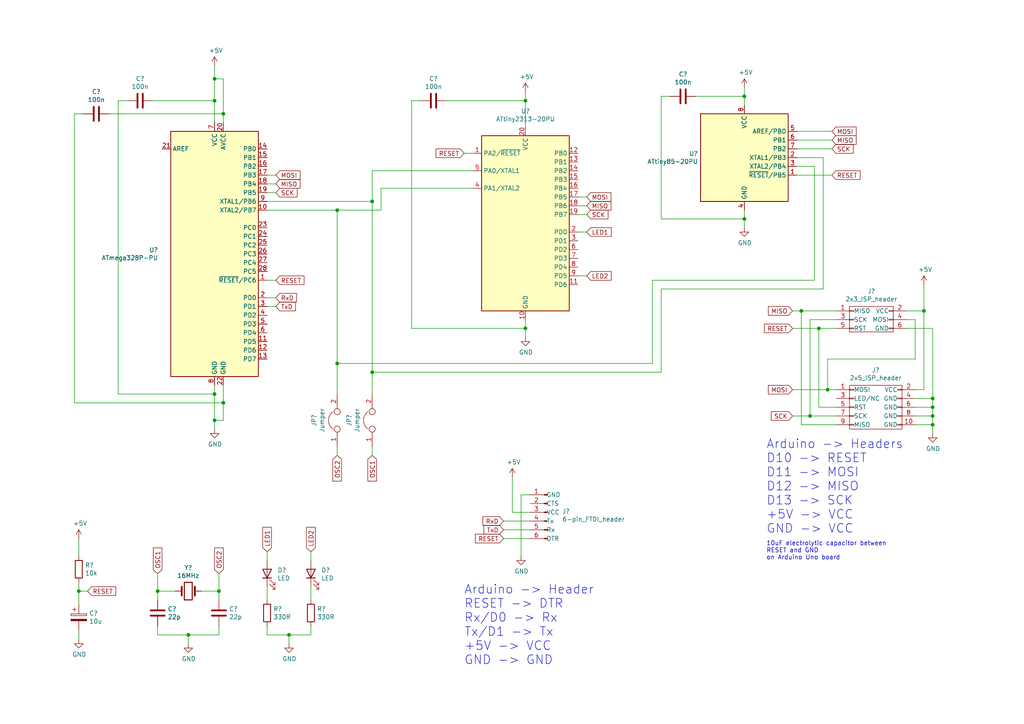
<source format=kicad_sch>
(kicad_sch (version 20211123) (generator eeschema)
  (paper "A4")
  (lib_symbols
    (symbol "Device:C" (pin_numbers hide) (pin_names (offset 0.254))
      (property "Reference" "C" (at 0.635 2.54 0))
      (property "Value" "C" (at 0.635 -2.54 0))
      (symbol "C_0_1"
        (polyline (pts (xy -2.032 -0.762) (xy 2.032 -0.762)) (stroke (width 0.508)))
        (polyline (pts (xy -2.032 0.762) (xy 2.032 0.762)) (stroke (width 0.508)))
      )
      (symbol "C_1_1"
        (pin passive line (at 0 3.81 270) (length 2.794) (name "~") (number "1"))
        (pin passive line (at 0 -3.81 90) (length 2.794) (name "~") (number "2"))
      )
    )
    (symbol "Device:Crystal" (pin_numbers hide) (pin_names (offset 1.016) hide)
      (property "Reference" "Y" (at 0 3.81 0))
      (property "Value" "Crystal" (at 0 -3.81 0))
      (symbol "Crystal_0_1"
        (rectangle (start -1.143 2.54) (end 1.143 -2.54) (stroke (width 0.3048)))
        (polyline (pts (xy -2.54 0) (xy -1.905 0)))
        (polyline (pts (xy -1.905 -1.27) (xy -1.905 1.27)) (stroke (width 0.508)))
        (polyline (pts (xy 1.905 -1.27) (xy 1.905 1.27)) (stroke (width 0.508)))
        (polyline (pts (xy 2.54 0) (xy 1.905 0)))
      )
      (symbol "Crystal_1_1"
        (pin passive line (at -3.81 0 0) (length 1.27) (name "1") (number "1"))
        (pin passive line (at 3.81 0 180) (length 1.27) (name "2") (number "2"))
      )
    )
    (symbol "Device:LED" (pin_numbers hide) (pin_names (offset 1.016) hide)
      (property "Reference" "D" (at 0 2.54 0))
      (property "Value" "LED" (at 0 -2.54 0))
      (symbol "LED_0_1"
        (polyline (pts (xy -1.27 -1.27) (xy -1.27 1.27)) (stroke (width 0.254)))
        (polyline (pts (xy -1.27 0) (xy 1.27 0)))
        (polyline (pts (xy 1.27 -1.27) (xy 1.27 1.27) (xy -1.27 0) (xy 1.27 -1.27)) (stroke (width 0.254)))
        (polyline (pts (xy -3.048 -0.762) (xy -4.572 -2.286) (xy -3.81 -2.286) (xy -4.572 -2.286) (xy -4.572 -1.524)))
        (polyline (pts (xy -1.778 -0.762) (xy -3.302 -2.286) (xy -2.54 -2.286) (xy -3.302 -2.286) (xy -3.302 -1.524)))
      )
      (symbol "LED_1_1"
        (pin passive line (at -3.81 0 0) (length 2.54) (name "K") (number "1"))
        (pin passive line (at 3.81 0 180) (length 2.54) (name "A") (number "2"))
      )
    )
    (symbol "Device:R" (pin_numbers hide) (pin_names (offset 0))
      (property "Reference" "R" (at 2.032 0 90))
      (property "Value" "R" (at 0 0 90))
      (symbol "R_0_1"
        (rectangle (start -1.016 -2.54) (end 1.016 2.54) (stroke (width 0.254)))
      )
      (symbol "R_1_1"
        (pin passive line (at 0 3.81 270) (length 1.27) (name "~") (number "1"))
        (pin passive line (at 0 -3.81 90) (length 1.27) (name "~") (number "2"))
      )
    )
    (symbol "My_Headers:2x3_ISP_header" (pin_names (offset 1.27))
      (property "Reference" "J" (at 1.27 5.08 0))
      (property "Value" "2x3_ISP_header" (at 4.826 -4.826 0))
      (symbol "2x3_ISP_header_0_1"
        (rectangle (start -1.27 -3.556) (end 11.43 3.81))
      )
      (symbol "2x3_ISP_header_1_1"
        (rectangle (start -1.27 -2.413) (end 0 -2.667) (stroke (width 0.1524)))
        (rectangle (start -1.27 0.127) (end 0 -0.127) (stroke (width 0.1524)))
        (rectangle (start -1.27 2.667) (end 0 2.413) (stroke (width 0.1524)))
        (rectangle (start 11.43 -2.413) (end 10.16 -2.667) (stroke (width 0.1524)))
        (rectangle (start 11.43 0.127) (end 10.16 -0.127) (stroke (width 0.1524)))
        (rectangle (start 11.43 2.667) (end 10.16 2.413) (stroke (width 0.1524)))
        (pin passive line (at -5.08 2.54 0) (length 3.81) (name "MISO") (number "1"))
        (pin passive line (at 15.24 2.54 180) (length 3.81) (name "VCC") (number "2"))
        (pin passive line (at -5.08 0 0) (length 3.81) (name "SCK") (number "3"))
        (pin passive line (at 15.24 0 180) (length 3.81) (name "MOSI") (number "4"))
        (pin passive line (at -5.08 -2.54 0) (length 3.81) (name "RST") (number "5"))
        (pin passive line (at 15.24 -2.54 180) (length 3.81) (name "GND") (number "6"))
      )
    )
    (symbol "My_Headers:2x5_ISP_header" (pin_names (offset 1.27))
      (property "Reference" "J" (at 1.27 7.62 0))
      (property "Value" "2x5_ISP_header" (at 6.604 -7.62 0))
      (symbol "2x5_ISP_header_0_1"
        (rectangle (start -1.27 -6.35) (end 13.97 6.35))
      )
      (symbol "2x5_ISP_header_1_1"
        (rectangle (start -1.27 -4.953) (end 0 -5.207) (stroke (width 0.1524)))
        (rectangle (start -1.27 -2.413) (end 0 -2.667) (stroke (width 0.1524)))
        (rectangle (start -1.27 0.127) (end 0 -0.127) (stroke (width 0.1524)))
        (rectangle (start -1.27 2.667) (end 0 2.413) (stroke (width 0.1524)))
        (rectangle (start -1.27 5.207) (end 0 4.953) (stroke (width 0.1524)))
        (rectangle (start 13.97 -4.953) (end 12.7 -5.207) (stroke (width 0.1524)))
        (rectangle (start 13.97 -2.413) (end 12.7 -2.667) (stroke (width 0.1524)))
        (rectangle (start 13.97 0.127) (end 12.7 -0.127) (stroke (width 0.1524)))
        (rectangle (start 13.97 2.667) (end 12.7 2.413) (stroke (width 0.1524)))
        (rectangle (start 13.97 5.207) (end 12.7 4.953) (stroke (width 0.1524)))
        (pin passive line (at -5.08 5.08 0) (length 3.81) (name "MOSI") (number "1"))
        (pin passive line (at 17.78 -5.08 180) (length 3.81) (name "GND") (number "10"))
        (pin passive line (at 17.78 5.08 180) (length 3.81) (name "VCC") (number "2"))
        (pin passive line (at -5.08 2.54 0) (length 3.81) (name "LED/NC") (number "3"))
        (pin passive line (at 17.78 2.54 180) (length 3.81) (name "GND") (number "4"))
        (pin passive line (at -5.08 0 0) (length 3.81) (name "RST") (number "5"))
        (pin passive line (at 17.78 0 180) (length 3.81) (name "GND") (number "6"))
        (pin passive line (at -5.08 -2.54 0) (length 3.81) (name "SCK") (number "7"))
        (pin passive line (at 17.78 -2.54 180) (length 3.81) (name "GND") (number "8"))
        (pin passive line (at -5.08 -5.08 0) (length 3.81) (name "MISO") (number "9"))
      )
    )
    (symbol "My_Headers:6-pin_FTDI_header" (pin_names (offset 1.016))
      (property "Reference" "J" (at 0 7.62 0))
      (property "Value" "6-pin_FTDI_header" (at 0 -10.16 0))
      (symbol "6-pin_FTDI_header_1_1"
        (polyline (pts (xy 1.27 -7.62) (xy 0.8636 -7.62)) (stroke (width 0.1524)))
        (polyline (pts (xy 1.27 -5.08) (xy 0.8636 -5.08)) (stroke (width 0.1524)))
        (polyline (pts (xy 1.27 -2.54) (xy 0.8636 -2.54)) (stroke (width 0.1524)))
        (polyline (pts (xy 1.27 0) (xy 0.8636 0)) (stroke (width 0.1524)))
        (polyline (pts (xy 1.27 2.54) (xy 0.8636 2.54)) (stroke (width 0.1524)))
        (polyline (pts (xy 1.27 5.08) (xy 0.8636 5.08)) (stroke (width 0.1524)))
        (rectangle (start 0.8636 -7.493) (end 0 -7.747) (stroke (width 0.1524)) (fill (type outline)))
        (rectangle (start 0.8636 -4.953) (end 0 -5.207) (stroke (width 0.1524)) (fill (type outline)))
        (rectangle (start 0.8636 -2.413) (end 0 -2.667) (stroke (width 0.1524)) (fill (type outline)))
        (rectangle (start 0.8636 0.127) (end 0 -0.127) (stroke (width 0.1524)) (fill (type outline)))
        (rectangle (start 0.8636 2.667) (end 0 2.413) (stroke (width 0.1524)) (fill (type outline)))
        (rectangle (start 0.8636 5.207) (end 0 4.953) (stroke (width 0.1524)) (fill (type outline)))
        (pin passive line (at 5.08 5.08 180) (length 3.81) (name "GND") (number "1"))
        (pin passive line (at 5.08 2.54 180) (length 3.81) (name "CTS") (number "2"))
        (pin passive line (at 5.08 0 180) (length 3.81) (name "VCC") (number "3"))
        (pin passive line (at 5.08 -2.54 180) (length 3.81) (name "Tx") (number "4"))
        (pin passive line (at 5.08 -5.08 180) (length 3.81) (name "Rx") (number "5"))
        (pin passive line (at 5.08 -7.62 180) (length 3.81) (name "DTR") (number "6"))
      )
    )
    (symbol "My_Misc:ATmega328P-PU"
      (property "Reference" "U" (at -12.7 36.83 0))
      (property "Value" "ATmega328P-PU" (at 7.62 -36.83 0))
      (symbol "ATmega328P-PU_0_1"
        (rectangle (start -12.7 -35.56) (end 12.7 35.56) (stroke (width 0.254)) (fill (type background)))
      )
      (symbol "ATmega328P-PU_1_1"
        (pin bidirectional line (at 15.24 -7.62 180) (length 2.54) (name "~{RESET}/PC6") (number "1"))
        (pin bidirectional line (at 15.24 12.7 180) (length 2.54) (name "XTAL2/PB7") (number "10"))
        (pin bidirectional line (at 15.24 -25.4 180) (length 2.54) (name "PD5") (number "11"))
        (pin bidirectional line (at 15.24 -27.94 180) (length 2.54) (name "PD6") (number "12"))
        (pin bidirectional line (at 15.24 -30.48 180) (length 2.54) (name "PD7") (number "13"))
        (pin bidirectional line (at 15.24 30.48 180) (length 2.54) (name "PB0") (number "14"))
        (pin bidirectional line (at 15.24 27.94 180) (length 2.54) (name "PB1") (number "15"))
        (pin bidirectional line (at 15.24 25.4 180) (length 2.54) (name "PB2") (number "16"))
        (pin bidirectional line (at 15.24 22.86 180) (length 2.54) (name "PB3") (number "17"))
        (pin bidirectional line (at 15.24 20.32 180) (length 2.54) (name "PB4") (number "18"))
        (pin bidirectional line (at 15.24 17.78 180) (length 2.54) (name "PB5") (number "19"))
        (pin bidirectional line (at 15.24 -12.7 180) (length 2.54) (name "PD0") (number "2"))
        (pin power_in line (at 2.54 38.1 270) (length 2.54) (name "AVCC") (number "20"))
        (pin passive line (at -15.24 30.48 0) (length 2.54) (name "AREF") (number "21"))
        (pin passive line (at 0 -38.1 90) (length 2.54) hide (name "GND") (number "22"))
        (pin power_in line (at 2.54 -38.1 90) (length 2.54) (name "GND") (number "22"))
        (pin bidirectional line (at 15.24 7.62 180) (length 2.54) (name "PC0") (number "23"))
        (pin bidirectional line (at 15.24 5.08 180) (length 2.54) (name "PC1") (number "24"))
        (pin bidirectional line (at 15.24 2.54 180) (length 2.54) (name "PC2") (number "25"))
        (pin bidirectional line (at 15.24 0 180) (length 2.54) (name "PC3") (number "26"))
        (pin bidirectional line (at 15.24 -2.54 180) (length 2.54) (name "PC4") (number "27"))
        (pin bidirectional line (at 15.24 -5.08 180) (length 2.54) (name "PC5") (number "28"))
        (pin bidirectional line (at 15.24 -15.24 180) (length 2.54) (name "PD1") (number "3"))
        (pin bidirectional line (at 15.24 -17.78 180) (length 2.54) (name "PD2") (number "4"))
        (pin bidirectional line (at 15.24 -20.32 180) (length 2.54) (name "PD3") (number "5"))
        (pin bidirectional line (at 15.24 -22.86 180) (length 2.54) (name "PD4") (number "6"))
        (pin power_in line (at 0 38.1 270) (length 2.54) (name "VCC") (number "7"))
        (pin power_in line (at 0 -38.1 90) (length 2.54) (name "GND") (number "8"))
        (pin bidirectional line (at 15.24 15.24 180) (length 2.54) (name "XTAL1/PB6") (number "9"))
      )
    )
    (symbol "ardATProgrammer-rescue:ATtiny2313-20PU-MCU_Microchip_ATtiny"
      (property "Reference" "U" (at -12.7 26.67 0))
      (property "Value" "ATtiny2313-20PU-MCU_Microchip_ATtiny" (at 2.54 -26.67 0))
      (symbol "ATtiny2313-20PU-MCU_Microchip_ATtiny_0_1"
        (rectangle (start -12.7 -25.4) (end 12.7 25.4) (stroke (width 0.254)) (fill (type background)))
      )
      (symbol "ATtiny2313-20PU-MCU_Microchip_ATtiny_1_1"
        (pin bidirectional line (at -15.24 20.32 0) (length 2.54) (name "PA2/~{RESET}") (number "1"))
        (pin power_in line (at 0 -27.94 90) (length 2.54) (name "GND") (number "10"))
        (pin bidirectional line (at 15.24 -17.78 180) (length 2.54) (name "PD6") (number "11"))
        (pin bidirectional line (at 15.24 20.32 180) (length 2.54) (name "PB0") (number "12"))
        (pin bidirectional line (at 15.24 17.78 180) (length 2.54) (name "PB1") (number "13"))
        (pin bidirectional line (at 15.24 15.24 180) (length 2.54) (name "PB2") (number "14"))
        (pin bidirectional line (at 15.24 12.7 180) (length 2.54) (name "PB3") (number "15"))
        (pin bidirectional line (at 15.24 10.16 180) (length 2.54) (name "PB4") (number "16"))
        (pin bidirectional line (at 15.24 7.62 180) (length 2.54) (name "PB5") (number "17"))
        (pin bidirectional line (at 15.24 5.08 180) (length 2.54) (name "PB6") (number "18"))
        (pin bidirectional line (at 15.24 2.54 180) (length 2.54) (name "PB7") (number "19"))
        (pin bidirectional line (at 15.24 -2.54 180) (length 2.54) (name "PD0") (number "2"))
        (pin power_in line (at 0 27.94 270) (length 2.54) (name "VCC") (number "20"))
        (pin bidirectional line (at 15.24 -5.08 180) (length 2.54) (name "PD1") (number "3"))
        (pin bidirectional line (at -15.24 10.16 0) (length 2.54) (name "PA1/XTAL2") (number "4"))
        (pin bidirectional line (at -15.24 15.24 0) (length 2.54) (name "PA0/XTAL1") (number "5"))
        (pin bidirectional line (at 15.24 -7.62 180) (length 2.54) (name "PD2") (number "6"))
        (pin bidirectional line (at 15.24 -10.16 180) (length 2.54) (name "PD3") (number "7"))
        (pin bidirectional line (at 15.24 -12.7 180) (length 2.54) (name "PD4") (number "8"))
        (pin bidirectional line (at 15.24 -15.24 180) (length 2.54) (name "PD5") (number "9"))
      )
    )
    (symbol "ardATProgrammer-rescue:ATtiny85-20PU-MCU_Microchip_ATtiny"
      (property "Reference" "U" (at -12.7 13.97 0))
      (property "Value" "ATtiny85-20PU-MCU_Microchip_ATtiny" (at 2.54 -13.97 0))
      (symbol "ATtiny85-20PU-MCU_Microchip_ATtiny_0_1"
        (rectangle (start -12.7 -12.7) (end 12.7 12.7) (stroke (width 0.254)) (fill (type background)))
      )
      (symbol "ATtiny85-20PU-MCU_Microchip_ATtiny_1_1"
        (pin bidirectional line (at 15.24 -5.08 180) (length 2.54) (name "~{RESET}/PB5") (number "1"))
        (pin bidirectional line (at 15.24 0 180) (length 2.54) (name "XTAL1/PB3") (number "2"))
        (pin bidirectional line (at 15.24 -2.54 180) (length 2.54) (name "XTAL2/PB4") (number "3"))
        (pin power_in line (at 0 -15.24 90) (length 2.54) (name "GND") (number "4"))
        (pin bidirectional line (at 15.24 7.62 180) (length 2.54) (name "AREF/PB0") (number "5"))
        (pin bidirectional line (at 15.24 5.08 180) (length 2.54) (name "PB1") (number "6"))
        (pin bidirectional line (at 15.24 2.54 180) (length 2.54) (name "PB2") (number "7"))
        (pin power_in line (at 0 15.24 270) (length 2.54) (name "VCC") (number "8"))
      )
    )
    (symbol "ardATProgrammer-rescue:CP-Device" (pin_numbers hide) (pin_names (offset 0.254))
      (property "Reference" "C" (at 0.635 2.54 0))
      (property "Value" "CP-Device" (at 0.635 -2.54 0))
      (symbol "CP-Device_0_1"
        (rectangle (start -2.286 0.508) (end 2.286 1.016))
        (polyline (pts (xy -1.778 2.286) (xy -0.762 2.286)))
        (polyline (pts (xy -1.27 2.794) (xy -1.27 1.778)))
        (rectangle (start 2.286 -0.508) (end -2.286 -1.016) (fill (type outline)))
      )
      (symbol "CP-Device_1_1"
        (pin passive line (at 0 3.81 270) (length 2.794) (name "~") (number "1"))
        (pin passive line (at 0 -3.81 90) (length 2.794) (name "~") (number "2"))
      )
    )
    (symbol "ardATProgrammer-rescue:Jumper-Device" (pin_names (offset 0.762) hide)
      (property "Reference" "JP" (at 0 3.81 0))
      (property "Value" "Jumper-Device" (at 0 -2.032 0))
      (symbol "Jumper-Device_0_1"
        (circle (center -2.54 0) (radius 0.889))
        (arc (start 2.5146 1.27) (mid 0.0078 2.5097) (end -2.4892 1.27))
        (circle (center 2.54 0) (radius 0.889))
        (pin passive line (at -7.62 0 0) (length 4.191) (name "1") (number "1"))
        (pin passive line (at 7.62 0 180) (length 4.191) (name "2") (number "2"))
      )
    )
    (symbol "power:+5V" (power) (pin_names (offset 0))
      (property "Value" "+5V" (at 0 3.556 0))
      (symbol "+5V_0_1"
        (polyline (pts (xy -0.762 1.27) (xy 0 2.54)))
        (polyline (pts (xy 0 0) (xy 0 2.54)))
        (polyline (pts (xy 0 2.54) (xy 0.762 1.27)))
      )
      (symbol "+5V_1_1"
        (pin power_in line (at 0 0 90) (length 0) hide (name "+5V") (number "1"))
      )
    )
    (symbol "power:GND" (power) (pin_names (offset 0))
      (property "Value" "GND" (at 0 -3.81 0))
      (symbol "GND_0_1"
        (polyline (pts (xy 0 0) (xy 0 -1.27) (xy 1.27 -1.27) (xy 0 -2.54) (xy -1.27 -1.27) (xy 0 -1.27)))
      )
      (symbol "GND_1_1"
        (pin power_in line (at 0 0 270) (length 0) hide (name "GND") (number "1"))
      )
    )
  )
  (junction (at 240.03 113.03))
  (junction (at 62.23 114.3))
  (junction (at 215.9 27.94))
  (junction (at 54.61 184.15))
  (junction (at 152.4 95.25))
  (junction (at 107.95 58.42))
  (junction (at 83.82 184.15))
  (junction (at 270.51 118.11))
  (junction (at 64.77 33.02))
  (junction (at 215.9 63.5))
  (junction (at 232.41 90.17))
  (junction (at 107.95 107.95))
  (junction (at 62.23 29.21))
  (junction (at 64.77 116.84))
  (junction (at 152.4 29.21))
  (junction (at 270.51 120.65))
  (junction (at 270.51 115.57))
  (junction (at 62.23 22.86))
  (junction (at 62.23 121.92))
  (junction (at 97.79 60.96))
  (junction (at 237.49 95.25))
  (junction (at 63.5 171.45))
  (junction (at 45.72 171.45))
  (junction (at 97.79 105.41))
  (junction (at 22.86 171.45))
  (junction (at 267.97 90.17))
  (junction (at 234.95 120.65))
  (junction (at 270.51 123.19))
  (wire (pts (xy 242.57 123.19) (xy 232.41 123.19)))
  (wire (pts (xy 21.59 116.84) (xy 64.77 116.84)))
  (wire (pts (xy 189.23 81.28) (xy 189.23 105.41)))
  (wire (pts (xy 234.95 120.65) (xy 242.57 120.65)))
  (wire (pts (xy 110.49 60.96) (xy 110.49 54.61)))
  (wire (pts (xy 215.9 27.94) (xy 215.9 25.4)))
  (wire (pts (xy 62.23 114.3) (xy 34.29 114.3)))
  (wire (pts (xy 45.72 173.99) (xy 45.72 171.45)))
  (wire (pts (xy 232.41 90.17) (xy 229.87 90.17)))
  (wire (pts (xy 170.18 57.15) (xy 167.64 57.15)))
  (wire (pts (xy 97.79 114.3) (xy 97.79 105.41)))
  (wire (pts (xy 152.4 95.25) (xy 152.4 97.79)))
  (wire (pts (xy 153.67 148.59) (xy 148.59 148.59)))
  (wire (pts (xy 31.75 33.02) (xy 64.77 33.02)))
  (wire (pts (xy 231.14 43.18) (xy 241.3 43.18)))
  (wire (pts (xy 151.13 143.51) (xy 153.67 143.51)))
  (wire (pts (xy 25.4 171.45) (xy 22.86 171.45)))
  (wire (pts (xy 45.72 171.45) (xy 50.8 171.45)))
  (wire (pts (xy 215.9 30.48) (xy 215.9 27.94)))
  (wire (pts (xy 240.03 104.14) (xy 265.43 104.14)))
  (wire (pts (xy 97.79 132.08) (xy 97.79 129.54)))
  (wire (pts (xy 229.87 113.03) (xy 240.03 113.03)))
  (wire (pts (xy 34.29 114.3) (xy 34.29 29.21)))
  (wire (pts (xy 83.82 186.69) (xy 83.82 184.15)))
  (wire (pts (xy 153.67 153.67) (xy 146.05 153.67)))
  (wire (pts (xy 121.92 29.21) (xy 119.38 29.21)))
  (wire (pts (xy 270.51 115.57) (xy 265.43 115.57)))
  (wire (pts (xy 234.95 120.65) (xy 229.87 120.65)))
  (wire (pts (xy 90.17 162.56) (xy 90.17 160.02)))
  (wire (pts (xy 54.61 184.15) (xy 63.5 184.15)))
  (wire (pts (xy 22.86 175.26) (xy 22.86 171.45)))
  (wire (pts (xy 231.14 48.26) (xy 236.22 48.26)))
  (wire (pts (xy 267.97 90.17) (xy 267.97 82.55)))
  (wire (pts (xy 153.67 156.21) (xy 146.05 156.21)))
  (wire (pts (xy 62.23 29.21) (xy 44.45 29.21)))
  (wire (pts (xy 237.49 118.11) (xy 237.49 95.25)))
  (wire (pts (xy 237.49 118.11) (xy 242.57 118.11)))
  (wire (pts (xy 54.61 186.69) (xy 54.61 184.15)))
  (wire (pts (xy 64.77 33.02) (xy 64.77 22.86)))
  (wire (pts (xy 232.41 90.17) (xy 242.57 90.17)))
  (wire (pts (xy 80.01 50.8) (xy 77.47 50.8)))
  (wire (pts (xy 229.87 95.25) (xy 237.49 95.25)))
  (wire (pts (xy 64.77 116.84) (xy 64.77 121.92)))
  (wire (pts (xy 107.95 132.08) (xy 107.95 129.54)))
  (wire (pts (xy 262.89 95.25) (xy 270.51 95.25)))
  (wire (pts (xy 107.95 58.42) (xy 107.95 49.53)))
  (wire (pts (xy 152.4 29.21) (xy 152.4 26.67)))
  (wire (pts (xy 77.47 184.15) (xy 83.82 184.15)))
  (wire (pts (xy 129.54 29.21) (xy 152.4 29.21)))
  (wire (pts (xy 191.77 63.5) (xy 215.9 63.5)))
  (wire (pts (xy 77.47 181.61) (xy 77.47 184.15)))
  (wire (pts (xy 34.29 29.21) (xy 36.83 29.21)))
  (wire (pts (xy 110.49 54.61) (xy 137.16 54.61)))
  (wire (pts (xy 64.77 35.56) (xy 64.77 33.02)))
  (wire (pts (xy 265.43 92.71) (xy 262.89 92.71)))
  (wire (pts (xy 90.17 184.15) (xy 90.17 181.61)))
  (wire (pts (xy 64.77 111.76) (xy 64.77 116.84)))
  (wire (pts (xy 265.43 104.14) (xy 265.43 92.71)))
  (wire (pts (xy 267.97 90.17) (xy 262.89 90.17)))
  (wire (pts (xy 62.23 29.21) (xy 62.23 22.86)))
  (wire (pts (xy 191.77 83.82) (xy 238.76 83.82)))
  (wire (pts (xy 236.22 48.26) (xy 236.22 81.28)))
  (wire (pts (xy 241.3 40.64) (xy 231.14 40.64)))
  (wire (pts (xy 170.18 67.31) (xy 167.64 67.31)))
  (wire (pts (xy 270.51 115.57) (xy 270.51 118.11)))
  (wire (pts (xy 237.49 95.25) (xy 242.57 95.25)))
  (wire (pts (xy 107.95 107.95) (xy 107.95 58.42)))
  (wire (pts (xy 119.38 95.25) (xy 152.4 95.25)))
  (wire (pts (xy 191.77 107.95) (xy 107.95 107.95)))
  (wire (pts (xy 234.95 92.71) (xy 242.57 92.71)))
  (wire (pts (xy 22.86 182.88) (xy 22.86 185.42)))
  (wire (pts (xy 80.01 86.36) (xy 77.47 86.36)))
  (wire (pts (xy 194.31 27.94) (xy 191.77 27.94)))
  (wire (pts (xy 62.23 35.56) (xy 62.23 29.21)))
  (wire (pts (xy 153.67 151.13) (xy 146.05 151.13)))
  (wire (pts (xy 22.86 156.21) (xy 22.86 161.29)))
  (wire (pts (xy 238.76 45.72) (xy 231.14 45.72)))
  (wire (pts (xy 215.9 60.96) (xy 215.9 63.5)))
  (wire (pts (xy 201.93 27.94) (xy 215.9 27.94)))
  (wire (pts (xy 80.01 53.34) (xy 77.47 53.34)))
  (wire (pts (xy 107.95 114.3) (xy 107.95 107.95)))
  (wire (pts (xy 62.23 121.92) (xy 62.23 114.3)))
  (wire (pts (xy 236.22 81.28) (xy 189.23 81.28)))
  (wire (pts (xy 77.47 162.56) (xy 77.47 160.02)))
  (wire (pts (xy 119.38 29.21) (xy 119.38 95.25)))
  (wire (pts (xy 58.42 171.45) (xy 63.5 171.45)))
  (wire (pts (xy 45.72 184.15) (xy 54.61 184.15)))
  (wire (pts (xy 234.95 120.65) (xy 234.95 92.71)))
  (wire (pts (xy 170.18 80.01) (xy 167.64 80.01)))
  (wire (pts (xy 189.23 105.41) (xy 97.79 105.41)))
  (wire (pts (xy 97.79 60.96) (xy 77.47 60.96)))
  (wire (pts (xy 270.51 118.11) (xy 270.51 120.65)))
  (wire (pts (xy 21.59 33.02) (xy 21.59 116.84)))
  (wire (pts (xy 63.5 171.45) (xy 63.5 173.99)))
  (wire (pts (xy 170.18 62.23) (xy 167.64 62.23)))
  (wire (pts (xy 63.5 166.37) (xy 63.5 171.45)))
  (wire (pts (xy 45.72 166.37) (xy 45.72 171.45)))
  (wire (pts (xy 240.03 113.03) (xy 240.03 104.14)))
  (wire (pts (xy 238.76 83.82) (xy 238.76 45.72)))
  (wire (pts (xy 270.51 118.11) (xy 265.43 118.11)))
  (wire (pts (xy 22.86 168.91) (xy 22.86 171.45)))
  (wire (pts (xy 151.13 161.29) (xy 151.13 143.51)))
  (wire (pts (xy 232.41 123.19) (xy 232.41 90.17)))
  (wire (pts (xy 167.64 59.69) (xy 170.18 59.69)))
  (wire (pts (xy 107.95 58.42) (xy 77.47 58.42)))
  (wire (pts (xy 137.16 44.45) (xy 134.62 44.45)))
  (wire (pts (xy 80.01 55.88) (xy 77.47 55.88)))
  (wire (pts (xy 107.95 49.53) (xy 137.16 49.53)))
  (wire (pts (xy 62.23 124.46) (xy 62.23 121.92)))
  (wire (pts (xy 80.01 81.28) (xy 77.47 81.28)))
  (wire (pts (xy 62.23 22.86) (xy 62.23 19.05)))
  (wire (pts (xy 267.97 113.03) (xy 267.97 90.17)))
  (wire (pts (xy 152.4 36.83) (xy 152.4 29.21)))
  (wire (pts (xy 64.77 22.86) (xy 62.23 22.86)))
  (wire (pts (xy 77.47 173.99) (xy 77.47 170.18)))
  (wire (pts (xy 270.51 95.25) (xy 270.51 115.57)))
  (wire (pts (xy 270.51 120.65) (xy 265.43 120.65)))
  (wire (pts (xy 80.01 88.9) (xy 77.47 88.9)))
  (wire (pts (xy 270.51 123.19) (xy 265.43 123.19)))
  (wire (pts (xy 215.9 63.5) (xy 215.9 66.04)))
  (wire (pts (xy 270.51 120.65) (xy 270.51 123.19)))
  (wire (pts (xy 24.13 33.02) (xy 21.59 33.02)))
  (wire (pts (xy 62.23 114.3) (xy 62.23 111.76)))
  (wire (pts (xy 191.77 27.94) (xy 191.77 63.5)))
  (wire (pts (xy 148.59 148.59) (xy 148.59 138.43)))
  (wire (pts (xy 63.5 184.15) (xy 63.5 181.61)))
  (wire (pts (xy 231.14 38.1) (xy 241.3 38.1)))
  (wire (pts (xy 90.17 173.99) (xy 90.17 170.18)))
  (wire (pts (xy 97.79 60.96) (xy 110.49 60.96)))
  (wire (pts (xy 97.79 105.41) (xy 97.79 60.96)))
  (wire (pts (xy 242.57 113.03) (xy 240.03 113.03)))
  (wire (pts (xy 83.82 184.15) (xy 90.17 184.15)))
  (wire (pts (xy 191.77 83.82) (xy 191.77 107.95)))
  (wire (pts (xy 270.51 123.19) (xy 270.51 125.73)))
  (wire (pts (xy 241.3 50.8) (xy 231.14 50.8)))
  (wire (pts (xy 265.43 113.03) (xy 267.97 113.03)))
  (wire (pts (xy 45.72 181.61) (xy 45.72 184.15)))
  (wire (pts (xy 64.77 121.92) (xy 62.23 121.92)))
  (wire (pts (xy 152.4 92.71) (xy 152.4 95.25)))
  (text "Arduino -> Headers\nD10 -> RESET\nD11 -> MOSI\nD12 -> MISO\nD13 -> SCK\n+5V -> VCC\nGND -> VCC" (at 222.25 154.94 0) (effects (font (size 2.54 2.54)) (justify left bottom)))
  (text "Arduino -> Header\nRESET -> DTR\nRx/D0 -> Rx\nTx/D1 -> Tx\n+5V -> VCC\nGND -> GND" (at 134.62 193.04 0) (effects (font (size 2.54 2.54)) (justify left bottom)))
  (text "10uF electrolytic capacitor between\nRESET and GND\non Arduino Uno board" (at 222.25 162.56 0) (effects (font (size 1.27 1.27)) (justify left bottom)))
  (global_label "RESET" (shape input) (at 241.3 50.8 0) (property "Intersheet References" "${INTERSHEET_REFS}" (effects hide)))
  (global_label "LED1" (shape input) (at 170.18 67.31 0) (property "Intersheet References" "${INTERSHEET_REFS}" (effects hide)))
  (global_label "MOSI" (shape input) (at 241.3 38.1 0) (property "Intersheet References" "${INTERSHEET_REFS}" (effects hide)))
  (global_label "OSC1" (shape input) (at 107.95 132.08 270) (property "Intersheet References" "${INTERSHEET_REFS}" (effects hide)))
  (global_label "LED2" (shape input) (at 170.18 80.01 0) (property "Intersheet References" "${INTERSHEET_REFS}" (effects hide)))
  (global_label "MOSI" (shape input) (at 170.18 57.15 0) (property "Intersheet References" "${INTERSHEET_REFS}" (effects hide)))
  (global_label "TxD" (shape input) (at 80.01 88.9 0) (property "Intersheet References" "${INTERSHEET_REFS}" (effects hide)))
  (global_label "RESET" (shape input) (at 25.4 171.45 0) (property "Intersheet References" "${INTERSHEET_REFS}" (effects hide)))
  (global_label "SCK" (shape input) (at 229.87 120.65 180) (property "Intersheet References" "${INTERSHEET_REFS}" (effects hide)))
  (global_label "OSC2" (shape input) (at 97.79 132.08 270) (property "Intersheet References" "${INTERSHEET_REFS}" (effects hide)))
  (global_label "RESET" (shape input) (at 134.62 44.45 180) (property "Intersheet References" "${INTERSHEET_REFS}" (effects hide)))
  (global_label "RESET" (shape input) (at 146.05 156.21 180) (property "Intersheet References" "${INTERSHEET_REFS}" (effects hide)))
  (global_label "RESET" (shape input) (at 229.87 95.25 180) (property "Intersheet References" "${INTERSHEET_REFS}" (effects hide)))
  (global_label "MISO" (shape input) (at 241.3 40.64 0) (property "Intersheet References" "${INTERSHEET_REFS}" (effects hide)))
  (global_label "SCK" (shape input) (at 241.3 43.18 0) (property "Intersheet References" "${INTERSHEET_REFS}" (effects hide)))
  (global_label "TxD" (shape input) (at 146.05 153.67 180) (property "Intersheet References" "${INTERSHEET_REFS}" (effects hide)))
  (global_label "RxD" (shape input) (at 80.01 86.36 0) (property "Intersheet References" "${INTERSHEET_REFS}" (effects hide)))
  (global_label "MISO" (shape input) (at 170.18 59.69 0) (property "Intersheet References" "${INTERSHEET_REFS}" (effects hide)))
  (global_label "LED2" (shape input) (at 90.17 160.02 90) (property "Intersheet References" "${INTERSHEET_REFS}" (effects hide)))
  (global_label "SCK" (shape input) (at 170.18 62.23 0) (property "Intersheet References" "${INTERSHEET_REFS}" (effects hide)))
  (global_label "LED1" (shape input) (at 77.47 160.02 90) (property "Intersheet References" "${INTERSHEET_REFS}" (effects hide)))
  (global_label "OSC1" (shape input) (at 45.72 166.37 90) (property "Intersheet References" "${INTERSHEET_REFS}" (effects hide)))
  (global_label "OSC2" (shape input) (at 63.5 166.37 90) (property "Intersheet References" "${INTERSHEET_REFS}" (effects hide)))
  (global_label "RxD" (shape input) (at 146.05 151.13 180) (property "Intersheet References" "${INTERSHEET_REFS}" (effects hide)))
  (global_label "MISO" (shape input) (at 80.01 53.34 0) (property "Intersheet References" "${INTERSHEET_REFS}" (effects hide)))
  (global_label "MISO" (shape input) (at 229.87 90.17 180) (property "Intersheet References" "${INTERSHEET_REFS}" (effects hide)))
  (global_label "MOSI" (shape input) (at 229.87 113.03 180) (property "Intersheet References" "${INTERSHEET_REFS}" (effects hide)))
  (global_label "MOSI" (shape input) (at 80.01 50.8 0) (property "Intersheet References" "${INTERSHEET_REFS}" (effects hide)))
  (global_label "RESET" (shape input) (at 80.01 81.28 0) (property "Intersheet References" "${INTERSHEET_REFS}" (effects hide)))
  (global_label "SCK" (shape input) (at 80.01 55.88 0) (property "Intersheet References" "${INTERSHEET_REFS}" (effects hide)))
  (symbol (lib_id "ardATProgrammer-rescue:ATtiny85-20PU-MCU_Microchip_ATtiny") (at 215.9 45.72 0) (unit 1)
    (property "Reference" "U?" (at 202.4634 44.5516 0) (effects (justify right)))
    (property "Value" "ATtiny85-20PU" (at 202.4634 46.863 0) (effects (justify right)))
    (property "Footprint" "Package_DIP:DIP-8_W7.62mm" (effects hide))
    (property "Datasheet" "http://ww1.microchip.com/downloads/en/DeviceDoc/atmel-2586-avr-8-bit-microcontroller-attiny25-attiny45-attiny85_datasheet.pdf" (effects hide))
  )
  (symbol (lib_id "ardATProgrammer-rescue:ATtiny2313-20PU-MCU_Microchip_ATtiny") (at 152.4 64.77 0) (unit 1)
    (property "Reference" "U?" (at 152.4 32.2326 0))
    (property "Value" "ATtiny2313-20PU" (at 152.4 34.544 0))
    (property "Footprint" "Package_DIP:DIP-20_W7.62mm" (effects hide))
    (property "Datasheet" "http://ww1.microchip.com/downloads/en/DeviceDoc/Atmel-2543-AVR-ATtiny2313_Datasheet.pdf" (effects hide))
  )
  (symbol (lib_id "Device:Crystal") (at 54.61 171.45 0) (unit 1)
    (property "Reference" "Y?" (at 54.61 164.6428 0))
    (property "Value" "16MHz" (at 54.61 166.9542 0))
  )
  (symbol (lib_id "Device:C") (at 45.72 177.8 0) (unit 1)
    (property "Reference" "C?" (at 48.641 176.6316 0) (effects (justify left)))
    (property "Value" "22p" (at 48.641 178.943 0) (effects (justify left)))
  )
  (symbol (lib_id "Device:C") (at 63.5 177.8 0) (unit 1)
    (property "Reference" "C?" (at 66.421 176.6316 0) (effects (justify left)))
    (property "Value" "22p" (at 66.421 178.943 0) (effects (justify left)))
  )
  (symbol (lib_id "Device:R") (at 22.86 165.1 0) (unit 1)
    (property "Reference" "R?" (at 24.638 163.9316 0) (effects (justify left)))
    (property "Value" "10k" (at 24.638 166.243 0) (effects (justify left)))
  )
  (symbol (lib_id "My_Headers:6-pin_FTDI_header") (at 158.75 148.59 0) (mirror y) (unit 1)
    (property "Reference" "J?" (at 163.0426 148.3106 0) (effects (justify right)))
    (property "Value" "6-pin_FTDI_header" (at 163.0426 150.622 0) (effects (justify right)))
  )
  (symbol (lib_id "power:+5V") (at 22.86 156.21 0) (unit 1)
    (property "Reference" "#PWR?" (effects hide))
    (property "Value" "+5V" (at 23.241 151.8158 0))
  )
  (symbol (lib_id "Device:LED") (at 77.47 166.37 90) (unit 1)
    (property "Reference" "D?" (at 80.4672 165.3794 90) (effects (justify right)))
    (property "Value" "LED" (at 80.4672 167.6908 90) (effects (justify right)))
  )
  (symbol (lib_id "Device:LED") (at 90.17 166.37 90) (unit 1)
    (property "Reference" "D?" (at 93.1672 165.3794 90) (effects (justify right)))
    (property "Value" "LED" (at 93.1672 167.6908 90) (effects (justify right)))
  )
  (symbol (lib_id "Device:R") (at 77.47 177.8 0) (unit 1)
    (property "Reference" "R?" (at 79.248 176.6316 0) (effects (justify left)))
    (property "Value" "330R" (at 79.248 178.943 0) (effects (justify left)))
  )
  (symbol (lib_id "Device:R") (at 90.17 177.8 0) (unit 1)
    (property "Reference" "R?" (at 91.948 176.6316 0) (effects (justify left)))
    (property "Value" "330R" (at 91.948 178.943 0) (effects (justify left)))
  )
  (symbol (lib_id "power:GND") (at 83.82 186.69 0) (unit 1)
    (property "Reference" "#PWR?" (effects hide))
    (property "Value" "GND" (at 83.947 191.0842 0))
  )
  (symbol (lib_id "power:GND") (at 152.4 97.79 0) (unit 1)
    (property "Reference" "#PWR?" (effects hide))
    (property "Value" "GND" (at 152.527 102.1842 0))
  )
  (symbol (lib_id "power:GND") (at 62.23 124.46 0) (unit 1)
    (property "Reference" "#PWR?" (effects hide))
    (property "Value" "GND" (at 62.357 128.8542 0))
  )
  (symbol (lib_id "power:GND") (at 215.9 66.04 0) (unit 1)
    (property "Reference" "#PWR?" (effects hide))
    (property "Value" "GND" (at 216.027 70.4342 0))
  )
  (symbol (lib_id "power:+5V") (at 215.9 25.4 0) (unit 1)
    (property "Reference" "#PWR?" (effects hide))
    (property "Value" "+5V" (at 216.281 21.0058 0))
  )
  (symbol (lib_id "power:+5V") (at 152.4 26.67 0) (unit 1)
    (property "Reference" "#PWR?" (effects hide))
    (property "Value" "+5V" (at 152.781 22.2758 0))
  )
  (symbol (lib_id "power:+5V") (at 62.23 19.05 0) (unit 1)
    (property "Reference" "#PWR?" (effects hide))
    (property "Value" "+5V" (at 62.611 14.6558 0))
  )
  (symbol (lib_id "power:GND") (at 151.13 161.29 0) (unit 1)
    (property "Reference" "#PWR?" (effects hide))
    (property "Value" "GND" (at 151.257 165.6842 0))
  )
  (symbol (lib_id "power:+5V") (at 148.59 138.43 0) (unit 1)
    (property "Reference" "#PWR?" (effects hide))
    (property "Value" "+5V" (at 148.971 134.0358 0))
  )
  (symbol (lib_id "power:GND") (at 54.61 186.69 0) (unit 1)
    (property "Reference" "#PWR?" (effects hide))
    (property "Value" "GND" (at 54.737 191.0842 0))
  )
  (symbol (lib_id "My_Misc:ATmega328P-PU") (at 62.23 73.66 0) (unit 1)
    (property "Reference" "U?" (at 45.8724 72.4916 0) (effects (justify right)))
    (property "Value" "ATmega328P-PU" (at 45.8724 74.803 0) (effects (justify right)))
    (property "Footprint" "Package_DIP:DIP-28_W7.62mm" (effects hide))
    (property "Datasheet" "http://ww1.microchip.com/downloads/en/DeviceDoc/ATmega328_P%20AVR%20MCU%20with%20picoPower%20Technology%20Data%20Sheet%2040001984A.pdf" (effects hide))
  )
  (symbol (lib_id "Device:C") (at 40.64 29.21 270) (unit 1)
    (property "Reference" "C?" (at 40.64 22.8092 90))
    (property "Value" "100n" (at 40.64 25.1206 90))
  )
  (symbol (lib_id "Device:C") (at 27.94 33.02 270) (unit 1)
    (property "Reference" "C?" (at 27.94 26.6192 90))
    (property "Value" "100n" (at 27.94 28.9306 90))
  )
  (symbol (lib_id "Device:C") (at 198.12 27.94 270) (unit 1)
    (property "Reference" "C?" (at 198.12 21.5392 90))
    (property "Value" "100n" (at 198.12 23.8506 90))
  )
  (symbol (lib_id "Device:C") (at 125.73 29.21 90) (unit 1)
    (property "Reference" "C?" (at 125.73 22.8092 90))
    (property "Value" "100n" (at 125.73 25.1206 90))
  )
  (symbol (lib_id "My_Headers:2x3_ISP_header") (at 247.65 92.71 0) (unit 1)
    (property "Reference" "J?" (at 252.73 84.455 0))
    (property "Value" "2x3_ISP_header" (at 252.73 86.7664 0))
  )
  (symbol (lib_id "My_Headers:2x5_ISP_header") (at 247.65 118.11 0) (unit 1)
    (property "Reference" "J?" (at 254 107.315 0))
    (property "Value" "2x5_ISP_header" (at 254 109.6264 0))
  )
  (symbol (lib_id "power:+5V") (at 267.97 82.55 0) (unit 1)
    (property "Reference" "#PWR?" (effects hide))
    (property "Value" "+5V" (at 268.351 78.1558 0))
  )
  (symbol (lib_id "power:GND") (at 270.51 125.73 0) (unit 1)
    (property "Reference" "#PWR?" (effects hide))
    (property "Value" "GND" (at 270.637 130.1242 0))
  )
  (symbol (lib_id "ardATProgrammer-rescue:CP-Device") (at 22.86 179.07 0) (unit 1)
    (property "Reference" "C?" (at 25.8572 177.9016 0) (effects (justify left)))
    (property "Value" "10u" (at 25.8572 180.213 0) (effects (justify left)))
  )
  (symbol (lib_id "power:GND") (at 22.86 185.42 0) (unit 1)
    (property "Reference" "#PWR?" (effects hide))
    (property "Value" "GND" (at 22.987 189.8142 0))
  )
  (symbol (lib_id "ardATProgrammer-rescue:Jumper-Device") (at 97.79 121.92 90) (unit 1)
    (property "Reference" "JP?" (at 91.0844 121.92 0))
    (property "Value" "Jumper" (at 93.3958 121.92 0))
  )
  (symbol (lib_id "ardATProgrammer-rescue:Jumper-Device") (at 107.95 121.92 90) (unit 1)
    (property "Reference" "JP?" (at 101.2444 121.92 0))
    (property "Value" "Jumper" (at 103.5558 121.92 0))
  )
)
</source>
